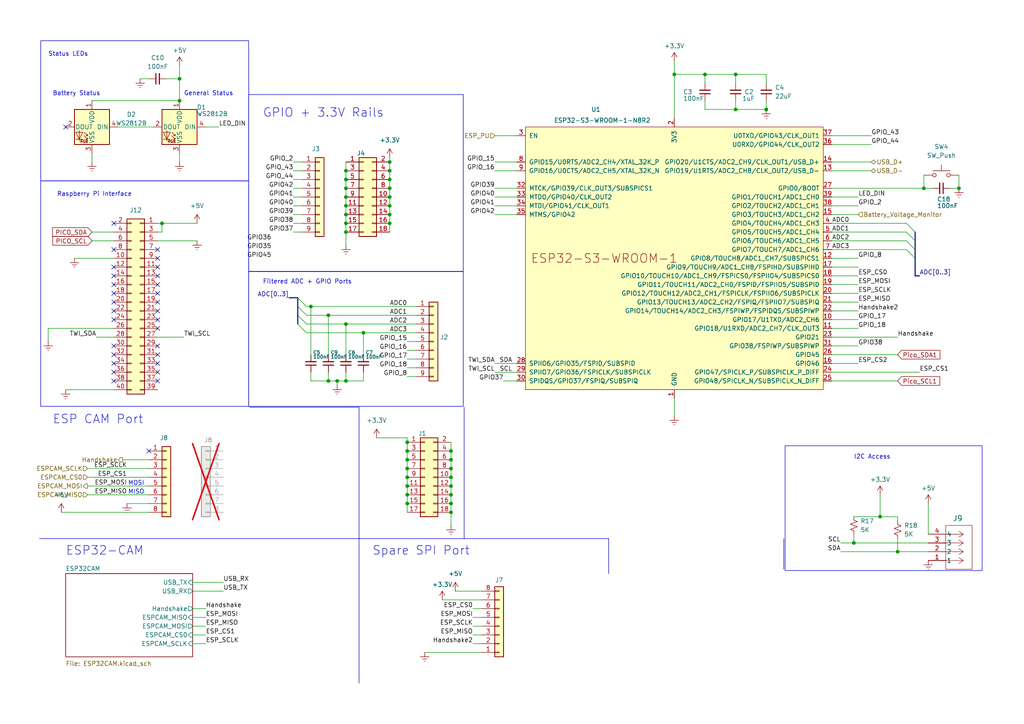
<source format=kicad_sch>
(kicad_sch (version 20231120) (generator "eeschema") (generator_version "8.0")
  (paper "A4")
  (lib_symbols
    (symbol "+5V_1" (power) (pin_numbers hide) (pin_names (offset 0) hide)
      (property "Value" "+5V" (at 0 3.556 0))
      (symbol "+5V_1_1_1"
        (pin power_in line (at 0 0 90) (length 0) (name "~") (number "1"))
      )
    )
    (symbol "+5V_2" (power) (pin_numbers hide) (pin_names (offset 0) hide)
      (property "Value" "+5V" (at 0 3.556 0))
      (symbol "+5V_2_1_1"
        (pin power_in line (at 0 0 90) (length 0) (name "~") (number "1"))
      )
    )
    (symbol "Connector_Generic:Conn_01x08" (pin_names (offset 1.016) hide)
      (property "Reference" "J" (at 0 10.16 0))
      (property "Value" "Conn_01x08" (at 0 -12.7 0))
      (symbol "Conn_01x08_1_1"
        (pin passive line (at -5.08 7.62 0) (length 3.81) (name "Pin_1") (number "1"))
        (pin passive line (at -5.08 5.08 0) (length 3.81) (name "Pin_2") (number "2"))
        (pin passive line (at -5.08 2.54 0) (length 3.81) (name "Pin_3") (number "3"))
        (pin passive line (at -5.08 0 0) (length 3.81) (name "Pin_4") (number "4"))
        (pin passive line (at -5.08 -2.54 0) (length 3.81) (name "Pin_5") (number "5"))
        (pin passive line (at -5.08 -5.08 0) (length 3.81) (name "Pin_6") (number "6"))
        (pin passive line (at -5.08 -7.62 0) (length 3.81) (name "Pin_7") (number "7"))
        (pin passive line (at -5.08 -10.16 0) (length 3.81) (name "Pin_8") (number "8"))
      )
    )
    (symbol "Connector_Generic:Conn_01x09" (pin_names (offset 1.016) hide)
      (property "Reference" "J" (at 0 12.7 0))
      (property "Value" "Conn_01x09" (at 0 -12.7 0))
      (symbol "Conn_01x09_1_1"
        (pin passive line (at -5.08 10.16 0) (length 3.81) (name "Pin_1") (number "1"))
        (pin passive line (at -5.08 7.62 0) (length 3.81) (name "Pin_2") (number "2"))
        (pin passive line (at -5.08 5.08 0) (length 3.81) (name "Pin_3") (number "3"))
        (pin passive line (at -5.08 2.54 0) (length 3.81) (name "Pin_4") (number "4"))
        (pin passive line (at -5.08 0 0) (length 3.81) (name "Pin_5") (number "5"))
        (pin passive line (at -5.08 -2.54 0) (length 3.81) (name "Pin_6") (number "6"))
        (pin passive line (at -5.08 -5.08 0) (length 3.81) (name "Pin_7") (number "7"))
        (pin passive line (at -5.08 -7.62 0) (length 3.81) (name "Pin_8") (number "8"))
        (pin passive line (at -5.08 -10.16 0) (length 3.81) (name "Pin_9") (number "9"))
      )
    )
    (symbol "Connector_Generic:Conn_02x09_Odd_Even" (pin_names (offset 1.016) hide)
      (property "Reference" "J" (at 1.27 12.7 0))
      (property "Value" "Conn_02x09_Odd_Even" (at 1.27 -12.7 0))
      (symbol "Conn_02x09_Odd_Even_1_1"
        (pin passive line (at -5.08 10.16 0) (length 3.81) (name "Pin_1") (number "1"))
        (pin passive line (at 7.62 0 180) (length 3.81) (name "Pin_10") (number "10"))
        (pin passive line (at -5.08 -2.54 0) (length 3.81) (name "Pin_11") (number "11"))
        (pin passive line (at 7.62 -2.54 180) (length 3.81) (name "Pin_12") (number "12"))
        (pin passive line (at -5.08 -5.08 0) (length 3.81) (name "Pin_13") (number "13"))
        (pin passive line (at 7.62 -5.08 180) (length 3.81) (name "Pin_14") (number "14"))
        (pin passive line (at -5.08 -7.62 0) (length 3.81) (name "Pin_15") (number "15"))
        (pin passive line (at 7.62 -7.62 180) (length 3.81) (name "Pin_16") (number "16"))
        (pin passive line (at -5.08 -10.16 0) (length 3.81) (name "Pin_17") (number "17"))
        (pin passive line (at 7.62 -10.16 180) (length 3.81) (name "Pin_18") (number "18"))
        (pin passive line (at 7.62 10.16 180) (length 3.81) (name "Pin_2") (number "2"))
        (pin passive line (at -5.08 7.62 0) (length 3.81) (name "Pin_3") (number "3"))
        (pin passive line (at 7.62 7.62 180) (length 3.81) (name "Pin_4") (number "4"))
        (pin passive line (at -5.08 5.08 0) (length 3.81) (name "Pin_5") (number "5"))
        (pin passive line (at 7.62 5.08 180) (length 3.81) (name "Pin_6") (number "6"))
        (pin passive line (at -5.08 2.54 0) (length 3.81) (name "Pin_7") (number "7"))
        (pin passive line (at 7.62 2.54 180) (length 3.81) (name "Pin_8") (number "8"))
        (pin passive line (at -5.08 0 0) (length 3.81) (name "Pin_9") (number "9"))
      )
    )
    (symbol "Connector_Generic:Conn_02x20_Odd_Even" (pin_names (offset 1.016) hide)
      (property "Reference" "J" (at 1.27 25.4 0))
      (property "Value" "Conn_02x20_Odd_Even" (at 1.27 -27.94 0))
      (symbol "Conn_02x20_Odd_Even_1_1"
        (pin passive line (at -5.08 22.86 0) (length 3.81) (name "Pin_1") (number "1"))
        (pin passive line (at 7.62 12.7 180) (length 3.81) (name "Pin_10") (number "10"))
        (pin passive line (at -5.08 10.16 0) (length 3.81) (name "Pin_11") (number "11"))
        (pin passive line (at 7.62 10.16 180) (length 3.81) (name "Pin_12") (number "12"))
        (pin passive line (at -5.08 7.62 0) (length 3.81) (name "Pin_13") (number "13"))
        (pin passive line (at 7.62 7.62 180) (length 3.81) (name "Pin_14") (number "14"))
        (pin passive line (at -5.08 5.08 0) (length 3.81) (name "Pin_15") (number "15"))
        (pin passive line (at 7.62 5.08 180) (length 3.81) (name "Pin_16") (number "16"))
        (pin passive line (at -5.08 2.54 0) (length 3.81) (name "Pin_17") (number "17"))
        (pin passive line (at 7.62 2.54 180) (length 3.81) (name "Pin_18") (number "18"))
        (pin passive line (at -5.08 0 0) (length 3.81) (name "Pin_19") (number "19"))
        (pin passive line (at 7.62 22.86 180) (length 3.81) (name "Pin_2") (number "2"))
        (pin passive line (at 7.62 0 180) (length 3.81) (name "Pin_20") (number "20"))
        (pin passive line (at -5.08 -2.54 0) (length 3.81) (name "Pin_21") (number "21"))
        (pin passive line (at 7.62 -2.54 180) (length 3.81) (name "Pin_22") (number "22"))
        (pin passive line (at -5.08 -5.08 0) (length 3.81) (name "Pin_23") (number "23"))
        (pin passive line (at 7.62 -5.08 180) (length 3.81) (name "Pin_24") (number "24"))
        (pin passive line (at -5.08 -7.62 0) (length 3.81) (name "Pin_25") (number "25"))
        (pin passive line (at 7.62 -7.62 180) (length 3.81) (name "Pin_26") (number "26"))
        (pin passive line (at -5.08 -10.16 0) (length 3.81) (name "Pin_27") (number "27"))
        (pin passive line (at 7.62 -10.16 180) (length 3.81) (name "Pin_28") (number "28"))
        (pin passive line (at -5.08 -12.7 0) (length 3.81) (name "Pin_29") (number "29"))
        (pin passive line (at -5.08 20.32 0) (length 3.81) (name "Pin_3") (number "3"))
        (pin passive line (at 7.62 -12.7 180) (length 3.81) (name "Pin_30") (number "30"))
        (pin passive line (at -5.08 -15.24 0) (length 3.81) (name "Pin_31") (number "31"))
        (pin passive line (at 7.62 -15.24 180) (length 3.81) (name "Pin_32") (number "32"))
        (pin passive line (at -5.08 -17.78 0) (length 3.81) (name "Pin_33") (number "33"))
        (pin passive line (at 7.62 -17.78 180) (length 3.81) (name "Pin_34") (number "34"))
        (pin passive line (at -5.08 -20.32 0) (length 3.81) (name "Pin_35") (number "35"))
        (pin passive line (at 7.62 -20.32 180) (length 3.81) (name "Pin_36") (number "36"))
        (pin passive line (at -5.08 -22.86 0) (length 3.81) (name "Pin_37") (number "37"))
        (pin passive line (at 7.62 -22.86 180) (length 3.81) (name "Pin_38") (number "38"))
        (pin passive line (at -5.08 -25.4 0) (length 3.81) (name "Pin_39") (number "39"))
        (pin passive line (at 7.62 20.32 180) (length 3.81) (name "Pin_4") (number "4"))
        (pin passive line (at 7.62 -25.4 180) (length 3.81) (name "Pin_40") (number "40"))
        (pin passive line (at -5.08 17.78 0) (length 3.81) (name "Pin_5") (number "5"))
        (pin passive line (at 7.62 17.78 180) (length 3.81) (name "Pin_6") (number "6"))
        (pin passive line (at -5.08 15.24 0) (length 3.81) (name "Pin_7") (number "7"))
        (pin passive line (at 7.62 15.24 180) (length 3.81) (name "Pin_8") (number "8"))
        (pin passive line (at -5.08 12.7 0) (length 3.81) (name "Pin_9") (number "9"))
      )
    )
    (symbol "Device:C_Small" (pin_numbers hide) (pin_names (offset 0.254) hide)
      (property "Reference" "C" (at 0.254 1.778 0))
      (property "Value" "C_Small" (at 0.254 -2.032 0))
      (symbol "C_Small_1_1"
        (pin passive line (at 0 2.54 270) (length 2.032) (name "~") (number "1"))
        (pin passive line (at 0 -2.54 90) (length 2.032) (name "~") (number "2"))
      )
    )
    (symbol "Device:R_Small_US" (pin_numbers hide) (pin_names (offset 0.254) hide)
      (property "Reference" "R" (at 0.762 0.508 0))
      (property "Value" "R_Small_US" (at 0.762 -1.016 0))
      (symbol "R_Small_US_1_1"
        (pin passive line (at 0 2.54 270) (length 1.016) (name "~") (number "1"))
        (pin passive line (at 0 -2.54 90) (length 1.016) (name "~") (number "2"))
      )
    )
    (symbol "JST-ZH-4Pin:B4B-ZRLFSN" (pin_names (offset 0.254))
      (property "Reference" "J" (at 8.89 6.35 0))
      (property "Value" "B4B-ZRLFSN" (at 0 0 0))
      (symbol "B4B-ZRLFSN_1_1"
        (pin unspecified line (at 0 0 0) (length 5.08) (name "1") (number "1"))
        (pin unspecified line (at 0 -2.54 0) (length 5.08) (name "2") (number "2"))
        (pin unspecified line (at 0 -5.08 0) (length 5.08) (name "3") (number "3"))
        (pin unspecified line (at 0 -7.62 0) (length 5.08) (name "4") (number "4"))
      )
      (symbol "B4B-ZRLFSN_1_2"
        (pin unspecified line (at 0 0 0) (length 5.08) (name "1") (number "1"))
        (pin unspecified line (at 0 -2.54 0) (length 5.08) (name "2") (number "2"))
        (pin unspecified line (at 0 -5.08 0) (length 5.08) (name "3") (number "3"))
        (pin unspecified line (at 0 -7.62 0) (length 5.08) (name "4") (number "4"))
      )
    )
    (symbol "LED:WS2812B" (pin_names (offset 0.254))
      (property "Reference" "D" (at 5.08 5.715 0))
      (property "Value" "WS2812B" (at 1.27 -5.715 0))
      (symbol "WS2812B_0_0"
        (text "RGB" (at 2.286 -4.191 0) (effects (font (size 0.762 0.762))))
      )
      (symbol "WS2812B_1_1"
        (pin power_in line (at 0 7.62 270) (length 2.54) (name "VDD") (number "1"))
        (pin output line (at 7.62 0 180) (length 2.54) (name "DOUT") (number "2"))
        (pin power_in line (at 0 -7.62 90) (length 2.54) (name "VSS") (number "3"))
        (pin input line (at -7.62 0 0) (length 2.54) (name "DIN") (number "4"))
      )
    )
    (symbol "PCM_Espressif:ESP32-S3-WROOM-1" (pin_names (offset 1.016))
      (property "Reference" "U" (at -43.18 43.18 0))
      (property "Value" "ESP32-S3-WROOM-1" (at -43.18 40.64 0))
      (symbol "ESP32-S3-WROOM-1_0_0"
        (text "ESP32-S3-WROOM-1" (at -20.32 0 0) (effects (font (size 2.54 2.54))))
        (pin power_in line (at 0 -40.64 90) (length 2.54) (name "GND") (number "1"))
        (pin bidirectional line (at 45.72 -17.78 180) (length 2.54) (name "GPIO17/U1TXD/ADC2_CH6") (number "10"))
        (pin bidirectional line (at 45.72 -20.32 180) (length 2.54) (name "GPIO18/U1RXD/ADC2_CH7/CLK_OUT3") (number "11"))
        (pin bidirectional line (at 45.72 0 180) (length 2.54) (name "GPIO8/TOUCH8/ADC1_CH7/SUBSPICS1") (number "12"))
        (pin bidirectional line (at 45.72 25.4 180) (length 2.54) (name "GPIO19/U1RTS/ADC2_CH8/CLK_OUT2/USB_D-") (number "13"))
        (pin bidirectional line (at 45.72 27.94 180) (length 2.54) (name "GPIO20/U1CTS/ADC2_CH9/CLK_OUT1/USB_D+") (number "14"))
        (pin bidirectional line (at 45.72 12.7 180) (length 2.54) (name "GPIO3/TOUCH3/ADC1_CH2") (number "15"))
        (pin bidirectional line (at 45.72 -30.48 180) (length 2.54) (name "GPIO46") (number "16"))
        (pin bidirectional line (at 45.72 -2.54 180) (length 2.54) (name "GPIO9/TOUCH9/ADC1_CH8/FSPIHD/SUBSPIHD") (number "17"))
        (pin bidirectional line (at 45.72 -5.08 180) (length 2.54) (name "GPIO10/TOUCH10/ADC1_CH9/FSPICS0/FSPIIO4/SUBSPICS0") (number "18"))
        (pin bidirectional line (at 45.72 -7.62 180) (length 2.54) (name "GPIO11/TOUCH11/ADC2_CH0/FSPID/FSPIIO5/SUBSPID") (number "19"))
        (pin power_in line (at 0 40.64 270) (length 2.54) (name "3V3") (number "2"))
        (pin bidirectional line (at 45.72 -10.16 180) (length 2.54) (name "GPIO12/TOUCH12/ADC2_CH1/FSPICLK/FSPIIO6/SUBSPICLK") (number "20"))
        (pin bidirectional line (at 45.72 -12.7 180) (length 2.54) (name "GPIO13/TOUCH13/ADC2_CH2/FSPIQ/FSPIIO7/SUBSPIQ") (number "21"))
        (pin bidirectional line (at 45.72 -15.24 180) (length 2.54) (name "GPIO14/TOUCH14/ADC2_CH3/FSPIWP/FSPIDQS/SUBSPIWP") (number "22"))
        (pin bidirectional line (at 45.72 -22.86 180) (length 2.54) (name "GPIO21") (number "23"))
        (pin bidirectional line (at 45.72 -33.02 180) (length 2.54) (name "GPIO47/SPICLK_P/SUBSPICLK_P_DIFF") (number "24"))
        (pin bidirectional line (at 45.72 -35.56 180) (length 2.54) (name "GPIO48/SPICLK_N/SUBSPICLK_N_DIFF") (number "25"))
        (pin bidirectional line (at 45.72 -27.94 180) (length 2.54) (name "GPIO45") (number "26"))
        (pin bidirectional line (at 45.72 20.32 180) (length 2.54) (name "GPIO0/BOOT") (number "27"))
        (pin bidirectional line (at -45.72 -30.48 0) (length 2.54) (name "SPIIO6/GPIO35/FSPID/SUBSPID") (number "28"))
        (pin bidirectional line (at -45.72 -33.02 0) (length 2.54) (name "SPIIO7/GPIO36/FSPICLK/SUBSPICLK") (number "29"))
        (pin input line (at -45.72 35.56 0) (length 2.54) (name "EN") (number "3"))
        (pin bidirectional line (at -45.72 -35.56 0) (length 2.54) (name "SPIDQS/GPIO37/FSPIQ/SUBSPIQ") (number "30"))
        (pin bidirectional line (at 45.72 -25.4 180) (length 2.54) (name "GPIO38/FSPIWP/SUBSPIWP") (number "31"))
        (pin bidirectional line (at -45.72 20.32 0) (length 2.54) (name "MTCK/GPIO39/CLK_OUT3/SUBSPICS1") (number "32"))
        (pin bidirectional line (at -45.72 17.78 0) (length 2.54) (name "MTDO/GPIO40/CLK_OUT2") (number "33"))
        (pin bidirectional line (at -45.72 15.24 0) (length 2.54) (name "MTDI/GPIO41/CLK_OUT1") (number "34"))
        (pin bidirectional line (at -45.72 12.7 0) (length 2.54) (name "MTMS/GPIO42") (number "35"))
        (pin bidirectional line (at 45.72 33.02 180) (length 2.54) (name "U0RXD/GPIO44/CLK_OUT2") (number "36"))
        (pin bidirectional line (at 45.72 35.56 180) (length 2.54) (name "U0TXD/GPIO43/CLK_OUT1") (number "37"))
        (pin bidirectional line (at 45.72 15.24 180) (length 2.54) (name "GPIO2/TOUCH2/ADC1_CH1") (number "38"))
        (pin bidirectional line (at 45.72 17.78 180) (length 2.54) (name "GPIO1/TOUCH1/ADC1_CH0") (number "39"))
        (pin bidirectional line (at 45.72 10.16 180) (length 2.54) (name "GPIO4/TOUCH4/ADC1_CH3") (number "4"))
        (pin passive line (at 0 -40.64 90) (length 2.54) hide (name "GND") (number "40"))
        (pin passive line (at 0 -40.64 90) (length 2.54) hide (name "GND") (number "41"))
        (pin bidirectional line (at 45.72 7.62 180) (length 2.54) (name "GPIO5/TOUCH5/ADC1_CH4") (number "5"))
        (pin bidirectional line (at 45.72 5.08 180) (length 2.54) (name "GPIO6/TOUCH6/ADC1_CH5") (number "6"))
        (pin bidirectional line (at 45.72 2.54 180) (length 2.54) (name "GPIO7/TOUCH7/ADC1_CH6") (number "7"))
        (pin bidirectional line (at -45.72 27.94 0) (length 2.54) (name "GPIO15/U0RTS/ADC2_CH4/XTAL_32K_P") (number "8"))
        (pin bidirectional line (at -45.72 25.4 0) (length 2.54) (name "GPIO16/U0CTS/ADC2_CH5/XTAL_32K_N") (number "9"))
      )
    )
    (symbol "Switch:SW_Push" (pin_numbers hide) (pin_names (offset 1.016) hide)
      (property "Reference" "SW" (at 1.27 2.54 0))
      (property "Value" "SW_Push" (at 0 -1.524 0))
      (symbol "SW_Push_0_1"
        (pin passive line (at -5.08 0 0) (length 2.54) (name "1") (number "1"))
        (pin passive line (at 5.08 0 180) (length 2.54) (name "2") (number "2"))
      )
    )
    (symbol "power:+3.3V" (power) (pin_names (offset 0))
      (property "Value" "+3.3V" (at 0 3.556 0))
      (symbol "+3.3V_1_1"
        (pin power_in line (at 0 0 90) (length 0) hide (name "+3.3V") (number "1"))
      )
    )
    (symbol "power:+5V" (power) (pin_names (offset 0))
      (property "Value" "+5V" (at 0 3.556 0))
      (symbol "+5V_1_1"
        (pin power_in line (at 0 0 90) (length 0) hide (name "+5V") (number "1"))
      )
    )
    (symbol "power:Earth" (power) (pin_names (offset 0))
      (symbol "Earth_1_1"
        (pin power_in line (at 0 0 270) (length 0) hide (name "Earth") (number "1"))
      )
    )
  )
  (junction (at 100.33 59.69))
  (junction (at 100.33 110.49))
  (junction (at 100.33 93.98))
  (junction (at 95.25 110.49))
  (junction (at 113.03 46.99))
  (junction (at 100.33 54.61))
  (junction (at 113.03 64.77))
  (junction (at 247.65 157.48))
  (junction (at 100.33 52.07))
  (junction (at 130.81 140.97))
  (junction (at 52.07 22.86))
  (junction (at 118.11 133.35))
  (junction (at 105.41 96.52))
  (junction (at 195.58 21.59))
  (junction (at 97.79 110.49))
  (junction (at 100.33 57.15))
  (junction (at 213.36 31.75))
  (junction (at 100.33 62.23))
  (junction (at 46.99 64.77))
  (junction (at 113.03 62.23))
  (junction (at 278.13 54.61))
  (junction (at 118.11 146.05))
  (junction (at 118.11 128.27))
  (junction (at 118.11 143.51))
  (junction (at 90.17 88.9))
  (junction (at 95.25 91.44))
  (junction (at 52.07 29.21))
  (junction (at 130.81 133.35))
  (junction (at 113.03 54.61))
  (junction (at 118.11 138.43))
  (junction (at 100.33 64.77))
  (junction (at 204.47 21.59))
  (junction (at 113.03 49.53))
  (junction (at 100.33 49.53))
  (junction (at 130.81 138.43))
  (junction (at 267.97 54.61))
  (junction (at 213.36 21.59))
  (junction (at 130.81 135.89))
  (junction (at 260.35 160.02))
  (junction (at 255.27 149.86))
  (junction (at 100.33 67.31))
  (junction (at 222.25 31.75))
  (junction (at 113.03 52.07))
  (junction (at 130.81 146.05))
  (junction (at 130.81 143.51))
  (junction (at 118.11 135.89))
  (junction (at 113.03 59.69))
  (junction (at 113.03 57.15))
  (junction (at 130.81 148.59))
  (junction (at 118.11 140.97))
  (junction (at 130.81 130.81))
  (junction (at 118.11 130.81))
  (no_connect (at 33.02 107.95))
  (no_connect (at 33.02 82.55))
  (no_connect (at 45.72 102.87))
  (no_connect (at 19.05 36.83))
  (no_connect (at 45.72 105.41))
  (no_connect (at 45.72 95.25))
  (no_connect (at 45.72 72.39))
  (no_connect (at 45.72 87.63))
  (no_connect (at 45.72 82.55))
  (no_connect (at 45.72 92.71))
  (no_connect (at 33.02 87.63))
  (no_connect (at 45.72 100.33))
  (no_connect (at 33.02 64.77))
  (no_connect (at 33.02 72.39))
  (no_connect (at 33.02 77.47))
  (no_connect (at 45.72 74.93))
  (no_connect (at 33.02 105.41))
  (no_connect (at 33.02 90.17))
  (no_connect (at 45.72 80.01))
  (no_connect (at 45.72 107.95))
  (no_connect (at 33.02 80.01))
  (no_connect (at 33.02 100.33))
  (no_connect (at 45.72 77.47))
  (no_connect (at 33.02 110.49))
  (no_connect (at 45.72 85.09))
  (no_connect (at 45.72 90.17))
  (no_connect (at 33.02 85.09))
  (no_connect (at 33.02 92.71))
  (no_connect (at 33.02 102.87))
  (no_connect (at 43.18 130.81))
  (no_connect (at 45.72 110.49))
  (bus_entry (at 86.36 91.44) (size 2.54 2.54))
  (bus_entry (at 265.43 74.93) (size -2.54 -2.54))
  (bus_entry (at 86.36 88.9) (size 2.54 2.54))
  (bus_entry (at 265.43 69.85) (size -2.54 -2.54))
  (bus_entry (at 86.36 93.98) (size 2.54 2.54))
  (bus_entry (at 86.36 86.36) (size 2.54 2.54))
  (bus_entry (at 265.43 67.31) (size -2.54 -2.54))
  (bus_entry (at 265.43 72.39) (size -2.54 -2.54))
  (wire (pts (xy 52.07 44.45) (xy 52.07 46.99)))
  (wire (pts (xy 95.25 110.49) (xy 97.79 110.49)))
  (bus (pts (xy 86.36 88.9) (xy 86.36 91.44)))
  (wire (pts (xy 118.11 143.51) (xy 118.11 146.05)))
  (wire (pts (xy 55.88 179.07) (xy 59.69 179.07)))
  (wire (pts (xy 130.81 133.35) (xy 130.81 135.89)))
  (wire (pts (xy 248.92 100.33) (xy 241.3 100.33)))
  (wire (pts (xy 64.77 168.91) (xy 55.88 168.91)))
  (wire (pts (xy 25.4 143.51) (xy 43.18 143.51)))
  (polyline (pts (xy 227.33 165.1) (xy 227.33 156.21)))
  (wire (pts (xy 113.03 45.72) (xy 113.03 46.99)))
  (wire (pts (xy 222.25 31.75) (xy 213.36 31.75)))
  (wire (pts (xy 267.97 50.8) (xy 267.97 54.61)))
  (wire (pts (xy 243.84 157.48) (xy 247.65 157.48)))
  (wire (pts (xy 255.27 143.51) (xy 255.27 149.86)))
  (wire (pts (xy 109.22 127) (xy 118.11 127)))
  (wire (pts (xy 213.36 29.21) (xy 213.36 31.75)))
  (wire (pts (xy 130.81 140.97) (xy 130.81 138.43)))
  (wire (pts (xy 113.03 49.53) (xy 113.03 52.07)))
  (wire (pts (xy 137.16 186.69) (xy 139.7 186.69)))
  (wire (pts (xy 213.36 24.13) (xy 213.36 21.59)))
  (polyline (pts (xy 176.53 166.37) (xy 176.53 156.21)))
  (wire (pts (xy 55.88 184.15) (xy 59.69 184.15)))
  (wire (pts (xy 222.25 31.75) (xy 222.25 29.21)))
  (polyline (pts (xy 11.43 156.21) (xy 104.14 156.21)))
  (bus (pts (xy 265.43 72.39) (xy 265.43 74.93)))
  (wire (pts (xy 213.36 21.59) (xy 222.25 21.59)))
  (wire (pts (xy 222.25 21.59) (xy 222.25 24.13)))
  (wire (pts (xy 52.07 22.86) (xy 52.07 29.21)))
  (wire (pts (xy 48.26 22.86) (xy 52.07 22.86)))
  (wire (pts (xy 85.09 52.07) (xy 87.63 52.07)))
  (wire (pts (xy 260.35 102.87) (xy 241.3 102.87)))
  (wire (pts (xy 195.58 21.59) (xy 195.58 34.29)))
  (wire (pts (xy 241.3 77.47) (xy 248.92 77.47)))
  (wire (pts (xy 26.67 67.31) (xy 33.02 67.31)))
  (wire (pts (xy 255.27 149.86) (xy 260.35 149.86)))
  (wire (pts (xy 118.11 106.68) (xy 120.65 106.68)))
  (wire (pts (xy 118.11 135.89) (xy 118.11 138.43)))
  (polyline (pts (xy 104.14 156.21) (xy 104.14 156.21)))
  (wire (pts (xy 118.11 146.05) (xy 118.11 148.59)))
  (wire (pts (xy 25.4 140.97) (xy 43.18 140.97)))
  (wire (pts (xy 248.92 92.71) (xy 241.3 92.71)))
  (bus (pts (xy 86.36 91.44) (xy 86.36 93.98)))
  (wire (pts (xy 100.33 107.95) (xy 100.33 110.49)))
  (wire (pts (xy 260.35 149.86) (xy 260.35 151.13)))
  (wire (pts (xy 85.09 59.69) (xy 87.63 59.69)))
  (wire (pts (xy 26.67 29.21) (xy 52.07 29.21)))
  (wire (pts (xy 17.78 148.59) (xy 43.18 148.59)))
  (wire (pts (xy 195.58 21.59) (xy 204.47 21.59)))
  (wire (pts (xy 143.51 54.61) (xy 149.86 54.61)))
  (wire (pts (xy 118.11 138.43) (xy 118.11 140.97)))
  (wire (pts (xy 55.88 186.69) (xy 59.69 186.69)))
  (wire (pts (xy 113.03 54.61) (xy 113.03 57.15)))
  (wire (pts (xy 269.24 146.05) (xy 269.24 154.94)))
  (wire (pts (xy 143.51 59.69) (xy 149.86 59.69)))
  (wire (pts (xy 143.51 57.15) (xy 149.86 57.15)))
  (wire (pts (xy 130.81 146.05) (xy 130.81 143.51)))
  (wire (pts (xy 143.51 105.41) (xy 149.86 105.41)))
  (wire (pts (xy 137.16 184.15) (xy 139.7 184.15)))
  (wire (pts (xy 195.58 120.65) (xy 195.58 115.57)))
  (wire (pts (xy 118.11 101.6) (xy 120.65 101.6)))
  (wire (pts (xy 247.65 154.94) (xy 247.65 157.48)))
  (polyline (pts (xy 134.62 118.11) (xy 134.62 156.21)))
  (wire (pts (xy 118.11 128.27) (xy 118.11 130.81)))
  (bus (pts (xy 266.7 80.01) (xy 265.43 80.01)))
  (wire (pts (xy 100.33 64.77) (xy 100.33 67.31)))
  (wire (pts (xy 278.13 50.8) (xy 278.13 54.61)))
  (wire (pts (xy 63.5 36.83) (xy 59.69 36.83)))
  (wire (pts (xy 113.03 64.77) (xy 113.03 67.31)))
  (wire (pts (xy 100.33 67.31) (xy 100.33 71.12)))
  (wire (pts (xy 118.11 127) (xy 118.11 128.27)))
  (wire (pts (xy 85.09 49.53) (xy 87.63 49.53)))
  (wire (pts (xy 100.33 93.98) (xy 100.33 102.87)))
  (wire (pts (xy 90.17 110.49) (xy 95.25 110.49)))
  (wire (pts (xy 45.72 67.31) (xy 46.99 67.31)))
  (wire (pts (xy 248.92 105.41) (xy 241.3 105.41)))
  (wire (pts (xy 143.51 49.53) (xy 149.86 49.53)))
  (wire (pts (xy 143.51 107.95) (xy 149.86 107.95)))
  (wire (pts (xy 248.92 82.55) (xy 241.3 82.55)))
  (wire (pts (xy 13.97 99.06) (xy 13.97 95.25)))
  (wire (pts (xy 57.15 69.85) (xy 45.72 69.85)))
  (wire (pts (xy 262.89 64.77) (xy 241.3 64.77)))
  (wire (pts (xy 100.33 54.61) (xy 100.33 57.15)))
  (wire (pts (xy 204.47 21.59) (xy 213.36 21.59)))
  (wire (pts (xy 130.81 152.4) (xy 130.81 148.59)))
  (wire (pts (xy 248.92 57.15) (xy 241.3 57.15)))
  (wire (pts (xy 88.9 93.98) (xy 100.33 93.98)))
  (wire (pts (xy 113.03 57.15) (xy 113.03 59.69)))
  (wire (pts (xy 241.3 59.69) (xy 248.92 59.69)))
  (wire (pts (xy 204.47 31.75) (xy 213.36 31.75)))
  (wire (pts (xy 100.33 59.69) (xy 100.33 62.23)))
  (wire (pts (xy 137.16 181.61) (xy 139.7 181.61)))
  (wire (pts (xy 118.11 109.22) (xy 120.65 109.22)))
  (wire (pts (xy 260.35 156.21) (xy 260.35 160.02)))
  (wire (pts (xy 255.27 149.86) (xy 247.65 149.86)))
  (wire (pts (xy 241.3 90.17) (xy 248.92 90.17)))
  (wire (pts (xy 247.65 157.48) (xy 269.24 157.48)))
  (wire (pts (xy 146.05 110.49) (xy 149.86 110.49)))
  (wire (pts (xy 113.03 52.07) (xy 113.03 54.61)))
  (wire (pts (xy 243.84 160.02) (xy 260.35 160.02)))
  (wire (pts (xy 241.3 107.95) (xy 266.7 107.95)))
  (wire (pts (xy 85.09 57.15) (xy 87.63 57.15)))
  (wire (pts (xy 97.79 110.49) (xy 100.33 110.49)))
  (wire (pts (xy 46.99 67.31) (xy 46.99 64.77)))
  (wire (pts (xy 248.92 87.63) (xy 241.3 87.63)))
  (wire (pts (xy 100.33 49.53) (xy 100.33 52.07)))
  (wire (pts (xy 55.88 171.45) (xy 64.77 171.45)))
  (wire (pts (xy 241.3 41.91) (xy 252.73 41.91)))
  (wire (pts (xy 100.33 93.98) (xy 120.65 93.98)))
  (polyline (pts (xy 176.53 156.21) (xy 104.14 156.21)))
  (wire (pts (xy 85.09 64.77) (xy 87.63 64.77)))
  (wire (pts (xy 130.81 143.51) (xy 130.81 140.97)))
  (bus (pts (xy 86.36 86.36) (xy 86.36 88.9)))
  (wire (pts (xy 137.16 176.53) (xy 139.7 176.53)))
  (wire (pts (xy 260.35 110.49) (xy 241.3 110.49)))
  (wire (pts (xy 85.09 62.23) (xy 87.63 62.23)))
  (wire (pts (xy 248.92 95.25) (xy 241.3 95.25)))
  (wire (pts (xy 95.25 91.44) (xy 95.25 102.87)))
  (wire (pts (xy 100.33 52.07) (xy 100.33 54.61)))
  (wire (pts (xy 252.73 46.99) (xy 241.3 46.99)))
  (wire (pts (xy 13.97 95.25) (xy 33.02 95.25)))
  (wire (pts (xy 25.4 138.43) (xy 43.18 138.43)))
  (wire (pts (xy 113.03 46.99) (xy 113.03 49.53)))
  (wire (pts (xy 113.03 59.69) (xy 113.03 62.23)))
  (wire (pts (xy 118.11 104.14) (xy 120.65 104.14)))
  (wire (pts (xy 252.73 49.53) (xy 241.3 49.53)))
  (wire (pts (xy 262.89 69.85) (xy 241.3 69.85)))
  (wire (pts (xy 143.51 39.37) (xy 149.86 39.37)))
  (wire (pts (xy 52.07 19.05) (xy 52.07 22.86)))
  (wire (pts (xy 248.92 62.23) (xy 241.3 62.23)))
  (wire (pts (xy 260.35 160.02) (xy 269.24 160.02)))
  (bus (pts (xy 265.43 67.31) (xy 265.43 69.85)))
  (wire (pts (xy 118.11 99.06) (xy 120.65 99.06)))
  (wire (pts (xy 137.16 179.07) (xy 139.7 179.07)))
  (wire (pts (xy 118.11 133.35) (xy 118.11 135.89)))
  (wire (pts (xy 100.33 46.99) (xy 100.33 49.53)))
  (wire (pts (xy 35.56 133.35) (xy 43.18 133.35)))
  (wire (pts (xy 241.3 97.79) (xy 260.35 97.79)))
  (wire (pts (xy 275.59 54.61) (xy 278.13 54.61)))
  (wire (pts (xy 95.25 107.95) (xy 95.25 110.49)))
  (wire (pts (xy 143.51 46.99) (xy 149.86 46.99)))
  (wire (pts (xy 57.15 64.77) (xy 46.99 64.77)))
  (wire (pts (xy 53.34 97.79) (xy 45.72 97.79)))
  (polyline (pts (xy 72.39 118.11) (xy 104.14 118.11)))
  (wire (pts (xy 204.47 21.59) (xy 204.47 24.13)))
  (wire (pts (xy 100.33 110.49) (xy 105.41 110.49)))
  (wire (pts (xy 85.09 54.61) (xy 87.63 54.61)))
  (wire (pts (xy 36.83 146.05) (xy 43.18 146.05)))
  (wire (pts (xy 130.81 130.81) (xy 130.81 133.35)))
  (wire (pts (xy 100.33 57.15) (xy 100.33 59.69)))
  (wire (pts (xy 118.11 130.81) (xy 118.11 133.35)))
  (wire (pts (xy 105.41 96.52) (xy 105.41 102.87)))
  (wire (pts (xy 130.81 135.89) (xy 130.81 138.43)))
  (wire (pts (xy 204.47 29.21) (xy 204.47 31.75)))
  (wire (pts (xy 26.67 46.99) (xy 26.67 44.45)))
  (wire (pts (xy 105.41 96.52) (xy 120.65 96.52)))
  (wire (pts (xy 248.92 80.01) (xy 241.3 80.01)))
  (wire (pts (xy 248.92 74.93) (xy 241.3 74.93)))
  (wire (pts (xy 132.08 171.45) (xy 139.7 171.45)))
  (wire (pts (xy 25.4 135.89) (xy 43.18 135.89)))
  (wire (pts (xy 90.17 88.9) (xy 120.65 88.9)))
  (bus (pts (xy 265.43 74.93) (xy 265.43 80.01)))
  (wire (pts (xy 27.94 97.79) (xy 33.02 97.79)))
  (wire (pts (xy 90.17 107.95) (xy 90.17 110.49)))
  (wire (pts (xy 130.81 146.05) (xy 130.81 148.59)))
  (wire (pts (xy 113.03 62.23) (xy 113.03 64.77)))
  (wire (pts (xy 85.09 67.31) (xy 87.63 67.31)))
  (wire (pts (xy 19.05 113.03) (xy 33.02 113.03)))
  (wire (pts (xy 88.9 91.44) (xy 95.25 91.44)))
  (wire (pts (xy 46.99 64.77) (xy 45.72 64.77)))
  (wire (pts (xy 95.25 91.44) (xy 120.65 91.44)))
  (polyline (pts (xy 104.14 118.11) (xy 104.14 198.12)))
  (wire (pts (xy 118.11 140.97) (xy 118.11 143.51)))
  (wire (pts (xy 100.33 62.23) (xy 100.33 64.77)))
  (wire (pts (xy 105.41 107.95) (xy 105.41 110.49)))
  (wire (pts (xy 130.81 128.27) (xy 130.81 130.81)))
  (bus (pts (xy 265.43 69.85) (xy 265.43 72.39)))
  (wire (pts (xy 59.69 181.61) (xy 55.88 181.61)))
  (wire (pts (xy 262.89 72.39) (xy 241.3 72.39)))
  (wire (pts (xy 85.09 46.99) (xy 87.63 46.99)))
  (wire (pts (xy 195.58 17.78) (xy 195.58 21.59)))
  (wire (pts (xy 97.79 110.49) (xy 97.79 111.76)))
  (wire (pts (xy 262.89 67.31) (xy 241.3 67.31)))
  (wire (pts (xy 270.51 54.61) (xy 267.97 54.61)))
  (wire (pts (xy 21.59 74.93) (xy 33.02 74.93)))
  (wire (pts (xy 139.7 189.23) (xy 123.19 189.23)))
  (wire (pts (xy 34.29 36.83) (xy 44.45 36.83)))
  (wire (pts (xy 248.92 85.09) (xy 241.3 85.09)))
  (wire (pts (xy 241.3 54.61) (xy 267.97 54.61)))
  (wire (pts (xy 26.67 69.85) (xy 33.02 69.85)))
  (wire (pts (xy 128.27 173.99) (xy 139.7 173.99)))
  (wire (pts (xy 90.17 88.9) (xy 90.17 102.87)))
  (wire (pts (xy 55.88 176.53) (xy 59.69 176.53)))
  (wire (pts (xy 88.9 96.52) (xy 105.41 96.52)))
  (wire (pts (xy 88.9 88.9) (xy 90.17 88.9)))
  (bus (pts (xy 83.82 86.36) (xy 86.36 86.36)))
  (wire (pts (xy 40.64 22.86) (xy 43.18 22.86)))
  (wire (pts (xy 143.51 62.23) (xy 149.86 62.23)))
  (wire (pts (xy 241.3 39.37) (xy 252.73 39.37)))
  (rectangle (start 11.811 52.451) (end 72.136 117.856))
  (rectangle (start 227.711 129.286) (end 284.861 165.481))
  (rectangle (start 72.136 78.74) (end 134.366 117.856))
  (rectangle (start 72.136 27.432) (end 134.366 78.74))
  (rectangle (start 11.811 11.811) (end 72.136 52.451))
  (text "Spare SPI Port" (at 107.95 161.29 0) (effects (font (size 2.5 2.5)) (justify left bottom)))
  (text "GPIO + 3.3V Rails\n" (at 76.2 34.29 0) (effects (font (size 2.5 2.5)) (justify left bottom)))
  (text "ESP CAM Port" (at 15.24 123.19 0) (effects (font (size 2.5 2.5)) (justify left bottom)))
  (text "Status LEDs" (at 13.97 16.51 0) (effects (font (size 1.27 1.27)) (justify left bottom)))
  (text "MOSI" (at 41.91 140.97 0) (effects (font (size 1.27 1.27)) (justify right bottom)))
  (text "General Status" (at 53.34 27.94 0) (effects (font (size 1.27 1.27)) (justify left bottom)))
  (text "Battery Status" (at 15.24 27.94 0) (effects (font (size 1.27 1.27)) (justify left bottom)))
  (text "Filtered ADC + GPIO Ports" (at 76.2 82.55 0) (effects (font (size 1.27 1.27)) (justify left bottom)))
  (text "Raspberry Pi Interface" (at 16.51 57.15 0) (effects (font (size 1.27 1.27)) (justify left bottom)))
  (text "MISO" (at 41.91 143.51 0) (effects (font (size 1.27 1.27)) (justify right bottom)))
  (text "ESP32-CAM" (at 19.05 161.29 0) (effects (font (size 2.5 2.5)) (justify left bottom)))
  (text "I2C Access" (at 247.65 133.35 0) (effects (font (size 1.27 1.27)) (justify left bottom)))
  (label "LED_DIN" (at 63.5 36.83 0))
  (label "SDA" (at 148.59 105.41 180))
  (label "ADC1" (at 241.3 67.31 0))
  (label "ADC2" (at 113.03 93.98 0))
  (label "TWI_SDA" (at 27.94 97.79 180))
  (label "GPIO_44" (at 85.09 52.07 180))
  (label "GPIO42" (at 143.51 62.23 180))
  (label "GPIO_16" (at 118.11 101.6 180))
  (label "GPIO_16" (at 143.51 49.53 180))
  (label "GPIO39" (at 85.09 62.23 180))
  (label "Handshake" (at 59.69 176.53 0))
  (label "ESP_MOSI" (at 59.69 179.07 0))
  (label "ESP_MOSI" (at 248.92 82.55 0))
  (label "ESP_SCLK" (at 36.83 135.89 180))
  (label "USB_RX" (at 64.77 168.91 0))
  (label "GPIO37" (at 146.05 110.49 180))
  (label "Handshake2" (at 137.16 186.69 180))
  (label "GPIO45" (at 78.74 74.93 180))
  (label "GPIO_15" (at 118.11 99.06 180))
  (label "SDA" (at 243.84 160.02 180))
  (label "ESP_CS2" (at 248.92 105.41 0))
  (label "ESP_MISO" (at 248.92 87.63 0))
  (label "SCL" (at 148.59 107.95 180))
  (label "ADC0" (at 241.3 64.77 0))
  (label "ESP_CS0" (at 137.16 176.53 180))
  (label "GPIO_44" (at 252.73 41.91 0))
  (label "GPIO40" (at 143.51 57.15 180))
  (label "ADC[0..3]" (at 266.7 80.01 0))
  (label "GPIO38" (at 248.92 100.33 0))
  (label "ESP_MOSI" (at 137.16 179.07 180))
  (label "GPIO35" (at 78.74 72.39 180))
  (label "ADC1" (at 113.03 91.44 0))
  (label "USB_TX" (at 64.77 171.45 0))
  (label "ESP_SCLK" (at 248.92 85.09 0))
  (label "ADC2" (at 241.3 69.85 0))
  (label "GPIO_8" (at 248.92 74.93 0))
  (label "GPIO36" (at 78.74 69.85 180))
  (label "TWI_SCL" (at 53.34 97.79 0))
  (label "ADC3" (at 241.3 72.39 0))
  (label "ESP_MISO" (at 137.16 184.15 180))
  (label "ESP_SCLK" (at 59.69 186.69 0))
  (label "GPIO_8" (at 118.11 109.22 180))
  (label "LED_DIN" (at 248.92 57.15 0))
  (label "GPIO40" (at 85.09 59.69 180))
  (label "GPIO37" (at 85.09 67.31 180))
  (label "ESP_MISO" (at 36.83 143.51 180))
  (label "ESP_MISO" (at 59.69 181.61 0))
  (label "GPIO_18" (at 248.92 95.25 0))
  (label "GPIO39" (at 143.51 54.61 180))
  (label "GPIO_17" (at 248.92 92.71 0))
  (label "GPIO_2" (at 85.09 46.99 180))
  (label "GPIO_17" (at 118.11 104.14 180))
  (label "GPIO_2" (at 248.92 59.69 0))
  (label "ADC3" (at 113.03 96.52 0))
  (label "GPIO_43" (at 252.73 39.37 0))
  (label "Handshake2" (at 248.92 90.17 0))
  (label "ESP_SCLK" (at 137.16 181.61 180))
  (label "GPIO38" (at 85.09 64.77 180))
  (label "ESP_CS1" (at 36.83 138.43 180))
  (label "TWI_SDA" (at 143.51 105.41 180))
  (label "ESP_MOSI" (at 36.83 140.97 180))
  (label "GPIO_18" (at 118.11 106.68 180))
  (label "SCL" (at 243.84 157.48 180))
  (label "ESP_CS1" (at 59.69 184.15 0))
  (label "GPIO_15" (at 143.51 46.99 180))
  (label "ADC0" (at 113.03 88.9 0))
  (label "ESP_CS0" (at 248.92 80.01 0))
  (label "GPIO_43" (at 85.09 49.53 180))
  (label "GPIO42" (at 85.09 54.61 180))
  (label "ESP_CS1" (at 266.7 107.95 0))
  (label "GPIO41" (at 85.09 57.15 180))
  (label "Handshake" (at 260.35 97.79 0))
  (label "TWI_SCL" (at 143.51 107.95 180))
  (label "GPIO41" (at 143.51 59.69 180))
  (label "ADC[0..3]" (at 83.82 86.36 180))
  (global_label "Pico_SCL1" (shape input) (at 260.35 110.49 0) (property "Intersheetrefs" "${INTERSHEET_REFS}" (effects (hide yes))))
  (global_label "Pico_SDA1" (shape input) (at 260.35 102.87 0) (property "Intersheetrefs" "${INTERSHEET_REFS}" (effects (hide yes))))
  (global_label "PICO_SDA" (shape input) (at 26.67 67.31 180) (property "Intersheetrefs" "${INTERSHEET_REFS}" (effects (hide yes))))
  (global_label "PICO_SCL" (shape input) (at 26.67 69.85 180) (property "Intersheetrefs" "${INTERSHEET_REFS}" (effects (hide yes))))
  (hierarchical_label "ESPCAM_MOSI" (shape output) (at 25.4 140.97 180))
  (hierarchical_label "Battery_Voltage_Monitor" (shape input) (at 248.92 62.23 0))
  (hierarchical_label "ESPCAM_MISO" (shape input) (at 25.4 143.51 180))
  (hierarchical_label "USB_D-" (shape bidirectional) (at 252.73 49.53 0))
  (hierarchical_label "ESPCAM_CS0" (shape input) (at 25.4 138.43 180))
  (hierarchical_label "ESPCAM_SCLK" (shape input) (at 25.4 135.89 180))
  (hierarchical_label "Handshake" (shape output) (at 35.56 133.35 180))
  (hierarchical_label "ESP_PU" (shape input) (at 143.51 39.37 180))
  (hierarchical_label "USB_D+" (shape bidirectional) (at 252.73 46.99 0))
  (symbol (lib_id "Device:C_Small") (at 105.41 105.41 180) (unit 1)
    (property "Reference" "C7" (at 106.045 102.235 0) (effects (font (size 1 1)) (justify right)))
    (property "Value" "100nF" (at 106.045 103.505 0) (effects (font (size 1 1)) (justify right)))
    (property "Footprint" "Capacitor_SMD:C_0402_1005Metric" (effects (hide yes)))
    (property "LCSC Part #" "C307331" (effects (hide yes)))
  )
  (symbol (lib_id "power:+3.3V") (at 113.03 45.72 0) (unit 1)
    (property "Reference" "#PWR0113" (effects (hide yes)))
    (property "Value" "+3.3V" (at 113.03 40.64 0))
  )
  (symbol (lib_id "power:Earth") (at 13.97 99.06 0) (mirror y) (unit 1)
    (property "Reference" "#PWR073" (effects (hide yes)))
    (property "Value" "Earth" (effects (hide yes)))
  )
  (symbol (lib_id "power:Earth") (at 26.67 46.99 0) (unit 1)
    (property "Reference" "#PWR067" (effects (hide yes)))
    (property "Value" "Earth" (effects (hide yes)))
  )
  (symbol (lib_id "power:+5V") (at 57.15 64.77 0) (unit 1)
    (property "Reference" "#PWR070" (effects (hide yes)))
    (property "Value" "+5V" (at 57.15 59.69 0))
  )
  (symbol (lib_id "power:+3.3V") (at 255.27 143.51 0) (unit 1)
    (property "Reference" "#PWR078" (effects (hide yes)))
    (property "Value" "+3.3V" (at 255.27 139.065 0))
  )
  (symbol (lib_id "Device:C_Small") (at 45.72 22.86 90) (unit 1)
    (property "Reference" "C10" (at 45.7263 16.764 90))
    (property "Value" "100nF" (at 45.7263 19.304 90))
    (property "Footprint" "Capacitor_SMD:C_0402_1005Metric" (effects (hide yes)))
    (property "LCSC Part #" "C307331" (effects (hide yes)))
  )
  (symbol (lib_id "Device:R_Small_US") (at 247.65 152.4 0) (unit 1)
    (property "Reference" "R17" (at 249.555 151.13 0) (effects (justify left)))
    (property "Value" "5K" (at 249.555 153.67 0) (effects (justify left)))
    (property "Footprint" "Resistor_SMD:R_0402_1005Metric" (effects (hide yes)))
    (property "LCSC Part #" "C25905" (effects (hide yes)))
  )
  (symbol (lib_id "power:Earth") (at 195.58 120.65 0) (unit 1)
    (property "Reference" "#PWR075" (effects (hide yes)))
    (property "Value" "Earth" (effects (hide yes)))
  )
  (symbol (lib_id "power:+5V") (at 52.07 19.05 0) (unit 1)
    (property "Reference" "#PWR065" (effects (hide yes)))
    (property "Value" "+5V" (at 52.07 14.605 0))
  )
  (symbol (lib_id "LED:WS2812B") (at 52.07 36.83 0) (mirror y) (unit 1)
    (property "Reference" "D1" (at 58.42 31.115 0))
    (property "Value" "WS2812B" (at 61.595 33.02 0))
    (property "Footprint" "LED_SMD:LED_WS2812B_PLCC4_5.0x5.0mm_P3.2mm" (effects (hide yes)))
    (property "Datasheet" "https://cdn-shop.adafruit.com/datasheets/WS2812B.pdf" (effects (hide yes)))
    (property "LCSC Part #" "C114586" (effects (hide yes)))
  )
  (symbol (lib_id "Connector_Generic:Conn_01x08") (at 59.69 138.43 0) (mirror y) (unit 1) (exclude_from_sim yes) (on_board no) (dnp yes)
    (property "Reference" "J8" (at 61.595 127.635 0) (effects (justify left)))
    (property "Value" "Conn_01x08" (effects (hide yes)))
    (property "Footprint" "Connector_PinSocket_2.54mm:PinSocket_1x08_P2.54mm_Vertical" (effects (hide yes)))
  )
  (symbol (lib_id "Device:C_Small") (at 273.05 54.61 270) (unit 1) (on_board no)
    (property "Reference" "C18" (at 271.78 57.785 90) (effects (justify left)))
    (property "Value" "100nF" (at 271.78 59.69 90) (effects (justify left)))
    (property "Footprint" "Capacitor_SMD:C_0402_1005Metric" (effects (hide yes)))
    (property "LCSC Part #" "C307331" (effects (hide yes)))
  )
  (symbol (lib_id "Connector_Generic:Conn_01x08") (at 144.78 181.61 0) (mirror x) (unit 1)
    (property "Reference" "J7" (at 144.78 168.275 0))
    (property "Value" "Conn_01x08" (effects (hide yes)))
    (property "Footprint" "Connector_PinSocket_2.54mm:PinSocket_1x08_P2.54mm_Vertical" (effects (hide yes)))
  )
  (symbol (lib_id "power:Earth") (at 19.05 113.03 0) (unit 1)
    (property "Reference" "#PWR074" (effects (hide yes)))
    (property "Value" "Earth" (effects (hide yes)))
  )
  (symbol (lib_id "Connector_Generic:Conn_02x09_Odd_Even") (at 105.41 57.15 0) (unit 1)
    (property "Reference" "J4" (at 103.505 44.45 0) (effects (justify left)))
    (property "Value" "Conn_02x09_Top_Bottom" (effects (hide yes)))
    (property "Footprint" "Connector_PinSocket_2.54mm:PinSocket_2x09_P2.54mm_Vertical" (effects (hide yes)))
  )
  (symbol (lib_id "power:+5V") (at 269.24 146.05 0) (unit 1)
    (property "Reference" "#PWR0121" (effects (hide yes)))
    (property "Value" "+5V" (at 269.24 141.605 0))
  )
  (symbol (lib_id "Connector_Generic:Conn_01x09") (at 125.73 99.06 0) (unit 1)
    (property "Reference" "J2" (at 127.635 97.79 0) (effects (justify left)))
    (property "Value" "Conn_01x09" (effects (hide yes)))
    (property "Footprint" "Connector_PinSocket_2.54mm:PinSocket_1x09_P2.54mm_Vertical" (effects (hide yes)))
  )
  (symbol (lib_id "power:+3.3V") (at 128.27 173.99 0) (mirror y) (unit 1)
    (property "Reference" "#PWR081" (effects (hide yes)))
    (property "Value" "+3.3V" (at 128.27 169.545 0))
  )
  (symbol (lib_id "power:Earth") (at 40.64 22.86 0) (unit 1)
    (property "Reference" "#PWR023" (effects (hide yes)))
    (property "Value" "Earth" (effects (hide yes)))
  )
  (symbol (lib_id "Device:C_Small") (at 222.25 26.67 180) (unit 1)
    (property "Reference" "C4" (at 224.79 25.3936 0) (effects (justify right)))
    (property "Value" "22uF" (at 224.79 27.9336 0) (effects (justify right)))
    (property "Footprint" "Capacitor_SMD:C_0603_1608Metric" (effects (hide yes)))
    (property "LCSC Part #" "C59461" (effects (hide yes)))
  )
  (symbol (lib_id "power:Earth") (at 278.13 54.61 0) (unit 1) (on_board no)
    (property "Reference" "#PWR069" (effects (hide yes)))
    (property "Value" "Earth" (effects (hide yes)))
  )
  (symbol (lib_id "power:Earth") (at 269.24 162.56 0) (unit 1)
    (property "Reference" "#PWR0116" (effects (hide yes)))
    (property "Value" "Earth" (effects (hide yes)))
  )
  (symbol (lib_id "power:Earth") (at 57.15 69.85 0) (unit 1)
    (property "Reference" "#PWR071" (effects (hide yes)))
    (property "Value" "Earth" (effects (hide yes)))
  )
  (symbol (lib_id "power:Earth") (at 21.59 74.93 0) (mirror y) (unit 1)
    (property "Reference" "#PWR0106" (effects (hide yes)))
    (property "Value" "Earth" (effects (hide yes)))
  )
  (symbol (lib_id "power:+3.3V") (at 109.22 127 0) (mirror y) (unit 1)
    (property "Reference" "#PWR046" (effects (hide yes)))
    (property "Value" "+3.3V" (at 109.22 121.92 0))
  )
  (symbol (lib_id "Device:R_Small_US") (at 260.35 153.67 0) (unit 1)
    (property "Reference" "R18" (at 262.255 152.4 0) (effects (justify left)))
    (property "Value" "5K" (at 262.255 154.94 0) (effects (justify left)))
    (property "Footprint" "Resistor_SMD:R_0402_1005Metric" (effects (hide yes)))
    (property "LCSC Part #" "C25905" (effects (hide yes)))
  )
  (symbol (lib_id "Device:C_Small") (at 90.17 105.41 180) (unit 1)
    (property "Reference" "C5" (at 90.805 102.235 0) (effects (font (size 1 1)) (justify right)))
    (property "Value" "100nF" (at 90.805 103.505 0) (effects (font (size 1 1)) (justify right)))
    (property "Footprint" "Capacitor_SMD:C_0402_1005Metric" (effects (hide yes)))
    (property "LCSC Part #" "C307331" (effects (hide yes)))
  )
  (symbol (lib_id "JST-ZH-4Pin:B4B-ZRLFSN") (at 269.24 162.56 0) (mirror x) (unit 1)
    (property "Reference" "J9" (at 276.352 150.368 0) (effects (font (size 1.524 1.524)) (justify left)))
    (property "Value" "JST-XH" (effects (hide yes)))
    (property "Footprint" "Connector_JST:JST_XH_B4B-XH-A_1x04_P2.50mm_Vertical" (effects (hide yes)))
  )
  (symbol (lib_id "power:Earth") (at 36.83 146.05 0) (mirror y) (unit 1)
    (property "Reference" "#PWR0115" (effects (hide yes)))
    (property "Value" "Earth" (effects (hide yes)))
  )
  (symbol (lib_id "Connector_Generic:Conn_01x08") (at 48.26 138.43 0) (unit 1) (exclude_from_sim yes)
    (property "Reference" "J8" (at 46.355 127 0) (effects (justify left)))
    (property "Value" "Conn_01x08" (effects (hide yes)))
    (property "Footprint" "Connector_PinSocket_2.54mm:PinSocket_1x08_P2.54mm_Vertical" (effects (hide yes)))
  )
  (symbol (lib_id "power:Earth") (at 123.19 189.23 0) (mirror y) (unit 1)
    (property "Reference" "#PWR083" (effects (hide yes)))
    (property "Value" "Earth" (effects (hide yes)))
  )
  (symbol (lib_id "Connector_Generic:Conn_02x09_Odd_Even") (at 123.19 138.43 0) (unit 1)
    (property "Reference" "J1" (at 121.285 125.73 0) (effects (justify left)))
    (property "Value" "Conn_02x09_Top_Bottom" (effects (hide yes)))
    (property "Footprint" "Connector_PinSocket_2.54mm:PinSocket_2x09_P2.54mm_Vertical" (effects (hide yes)))
  )
  (symbol (lib_id "Connector_Generic:Conn_02x20_Odd_Even") (at 40.64 87.63 0) (mirror y) (unit 1)
    (property "Reference" "J12" (at 39.37 60.96 0))
    (property "Value" "Conn_02x20_Counter_Clockwise" (effects (hide yes)))
    (property "Footprint" "Connector_PinSocket_2.54mm:PinSocket_2x20_P2.54mm_Vertical" (effects (hide yes)))
    (property "Datasheet" "https://drive.google.com/drive/folders/1tyaEemq5COwmbvGT7v_cfKhg2_t4u_yg" (effects (hide yes)))
  )
  (symbol (lib_id "power:Earth") (at 52.07 46.99 0) (unit 1)
    (property "Reference" "#PWR068" (effects (hide yes)))
    (property "Value" "Earth" (effects (hide yes)))
  )
  (symbol (lib_id "power:Earth") (at 100.33 71.12 0) (unit 1)
    (property "Reference" "#PWR0114" (effects (hide yes)))
    (property "Value" "Earth" (effects (hide yes)))
  )
  (symbol (lib_id "Device:C_Small") (at 100.33 105.41 180) (unit 1)
    (property "Reference" "C6" (at 100.965 102.235 0) (effects (font (size 1 1)) (justify right)))
    (property "Value" "100nF" (at 100.965 103.505 0) (effects (font (size 1 1)) (justify right)))
    (property "Footprint" "Capacitor_SMD:C_0402_1005Metric" (effects (hide yes)))
    (property "LCSC Part #" "C307331" (effects (hide yes)))
  )
  (symbol (lib_id "PCM_Espressif:ESP32-S3-WROOM-1") (at 195.58 74.93 0) (unit 1)
    (property "Reference" "U1" (at 171.45 31.75 0) (effects (justify left)))
    (property "Value" "ESP32-S3-WROOM-1-N8R2" (at 160.655 34.925 0) (effects (justify left)))
    (property "Footprint" "PCM_Espressif:ESP32-S3-WROOM-1" (effects (hide yes)))
    (property "Datasheet" "https://www.espressif.com/sites/default/files/documentation/esp32-s3-wroom-1_wroom-1u_datasheet_en.pdf" (effects (hide yes)))
    (property "LCSC Part #" "C2913204" (effects (hide yes)))
  )
  (symbol (lib_id "power:Earth") (at 222.25 31.75 0) (unit 1)
    (property "Reference" "#PWR066" (effects (hide yes)))
    (property "Value" "Earth" (effects (hide yes)))
  )
  (symbol (lib_name "+5V_2") (lib_id "power:+5V") (at 17.78 148.59 0) (unit 1)
    (property "Reference" "#PWR079" (effects (hide yes)))
    (property "Value" "+5V" (at 17.78 143.51 0))
    (property "Description" "Power symbol creates a global label with name \"+5V\"" (effects (hide yes)))
  )
  (symbol (lib_id "Device:C_Small") (at 213.36 26.67 180) (unit 1)
    (property "Reference" "C2" (at 215.9 26.67 0) (effects (justify right)))
    (property "Value" "1uF" (at 215.265 28.575 0) (effects (justify right)))
    (property "Footprint" "Capacitor_SMD:C_0402_1005Metric" (effects (hide yes)))
    (property "LCSC Part #" "C52923" (effects (hide yes)))
  )
  (symbol (lib_id "power:Earth") (at 97.79 111.76 0) (unit 1)
    (property "Reference" "#PWR072" (effects (hide yes)))
    (property "Value" "Earth" (effects (hide yes)))
  )
  (symbol (lib_name "+5V_1") (lib_id "power:+5V") (at 132.08 171.45 0) (unit 1)
    (property "Reference" "#PWR082" (effects (hide yes)))
    (property "Value" "+5V" (at 132.08 166.37 0))
    (property "Description" "Power symbol creates a global label with name \"+5V\"" (effects (hide yes)))
  )
  (symbol (lib_id "Switch:SW_Push") (at 273.05 50.8 0) (unit 1) (on_board no)
    (property "Reference" "SW4" (at 273.05 42.545 0))
    (property "Value" "SW_Push" (at 273.05 45.085 0))
    (property "Footprint" "Button_Switch_SMD:SW_SPST_PTS810" (effects (hide yes)))
    (property "LCSC Part #" "C116501" (effects (hide yes)))
  )
  (symbol (lib_id "Device:C_Small") (at 95.25 105.41 180) (unit 1)
    (property "Reference" "C9" (at 95.885 102.235 0) (effects (font (size 1 1)) (justify right)))
    (property "Value" "100nF" (at 95.885 103.505 0) (effects (font (size 1 1)) (justify right)))
    (property "Footprint" "Capacitor_SMD:C_0402_1005Metric" (effects (hide yes)))
    (property "LCSC Part #" "C307331" (effects (hide yes)))
  )
  (symbol (lib_id "power:+3.3V") (at 195.58 17.78 0) (unit 1)
    (property "Reference" "#PWR064" (effects (hide yes)))
    (property "Value" "+3.3V" (at 195.58 13.335 0))
  )
  (symbol (lib_id "LED:WS2812B") (at 26.67 36.83 0) (mirror y) (unit 1)
    (property "Reference" "D2" (at 38.1 33.1821 0))
    (property "Value" "WS2812B" (at 38.1 35.7221 0))
    (property "Footprint" "LED_SMD:LED_WS2812B_PLCC4_5.0x5.0mm_P3.2mm" (effects (hide yes)))
    (property "Datasheet" "https://cdn-shop.adafruit.com/datasheets/WS2812B.pdf" (effects (hide yes)))
    (property "LCSC Part #" "C114586" (effects (hide yes)))
  )
  (symbol (lib_id "power:Earth") (at 130.81 152.4 0) (mirror y) (unit 1)
    (property "Reference" "#PWR0109" (effects (hide yes)))
    (property "Value" "Earth" (effects (hide yes)))
  )
  (symbol (lib_id "Connector_Generic:Conn_01x09") (at 92.71 57.15 0) (unit 1)
    (property "Reference" "J3" (at 90.424 43.18 0) (effects (justify left)))
    (property "Value" "Conn_01x09" (effects (hide yes)))
    (property "Footprint" "Connector_PinSocket_2.54mm:PinSocket_1x09_P2.54mm_Vertical" (effects (hide yes)))
  )
  (symbol (lib_id "Device:C_Small") (at 204.47 26.67 180) (unit 1)
    (property "Reference" "C3" (at 198.12 26.67 0) (effects (justify right)))
    (property "Value" "100nF" (at 198.12 28.575 0) (effects (justify right)))
    (property "Footprint" "Capacitor_SMD:C_0402_1005Metric" (effects (hide yes)))
    (property "LCSC Part #" "C307331" (effects (hide yes)))
  )
  (sheet (at 19.05 166.37) (size 36.83 24.13) (stroke (width 0.1524))
    (property "Sheetname" "ESP32CAM" (at 19.05 165.6584 0) (effects (justify left bottom)))
    (property "Sheetfile" "ESP32CAM.kicad_sch" (at 19.05 191.7196 0) (effects (justify left top)))
    (pin "ESPCAM_MISO" input (at 55.88 179.07 0))
    (pin "ESPCAM_MOSI" output (at 55.88 181.61 0))
    (pin "ESPCAM_CS0" input (at 55.88 184.15 0))
    (pin "ESPCAM_SCLK" input (at 55.88 186.69 0))
    (pin "Handshake" output (at 55.88 176.53 0))
    (pin "USB_TX" input (at 55.88 168.91 0))
    (pin "USB_RX" output (at 55.88 171.45 0))
  )
)
</source>
